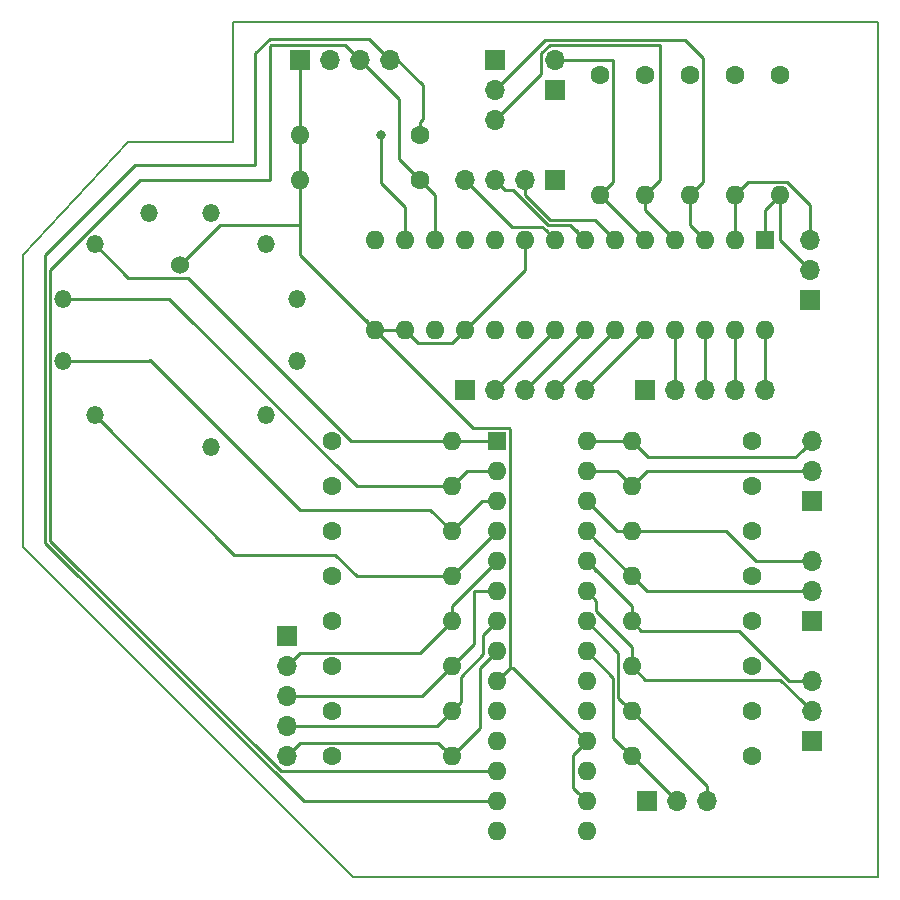
<source format=gbr>
G04 #@! TF.GenerationSoftware,KiCad,Pcbnew,(5.0.1)-4*
G04 #@! TF.CreationDate,2019-02-10T23:31:26-08:00*
G04 #@! TF.ProjectId,ThrottleControl,5468726F74746C65436F6E74726F6C2E,rev?*
G04 #@! TF.SameCoordinates,Original*
G04 #@! TF.FileFunction,Copper,L2,Bot,Signal*
G04 #@! TF.FilePolarity,Positive*
%FSLAX46Y46*%
G04 Gerber Fmt 4.6, Leading zero omitted, Abs format (unit mm)*
G04 Created by KiCad (PCBNEW (5.0.1)-4) date 2/10/2019 11:31:26 PM*
%MOMM*%
%LPD*%
G01*
G04 APERTURE LIST*
G04 #@! TA.AperFunction,NonConductor*
%ADD10C,0.200000*%
G04 #@! TD*
G04 #@! TA.AperFunction,ComponentPad*
%ADD11R,1.700000X1.700000*%
G04 #@! TD*
G04 #@! TA.AperFunction,ComponentPad*
%ADD12O,1.700000X1.700000*%
G04 #@! TD*
G04 #@! TA.AperFunction,ComponentPad*
%ADD13O,1.600000X1.600000*%
G04 #@! TD*
G04 #@! TA.AperFunction,ComponentPad*
%ADD14C,1.600000*%
G04 #@! TD*
G04 #@! TA.AperFunction,ComponentPad*
%ADD15O,1.500000X1.500000*%
G04 #@! TD*
G04 #@! TA.AperFunction,ComponentPad*
%ADD16C,1.524000*%
G04 #@! TD*
G04 #@! TA.AperFunction,ComponentPad*
%ADD17R,1.600000X1.600000*%
G04 #@! TD*
G04 #@! TA.AperFunction,ViaPad*
%ADD18C,0.800000*%
G04 #@! TD*
G04 #@! TA.AperFunction,Conductor*
%ADD19C,0.250000*%
G04 #@! TD*
G04 APERTURE END LIST*
D10*
X178435000Y-117475000D02*
X178435000Y-45085000D01*
X133985000Y-117475000D02*
X178435000Y-117475000D01*
X106045000Y-89535000D02*
X133985000Y-117475000D01*
X106045000Y-64770000D02*
X106045000Y-89535000D01*
X114935000Y-55245000D02*
X106045000Y-64770000D01*
X123825000Y-55245000D02*
X114935000Y-55245000D01*
X123825000Y-45085000D02*
X123825000Y-55245000D01*
X178435000Y-45085000D02*
X123825000Y-45085000D01*
D11*
G04 #@! TO.P,J7,1*
G04 #@! TO.N,Earth*
X151130000Y-58420000D03*
D12*
G04 #@! TO.P,J7,2*
G04 #@! TO.N,/UNa1*
X148590000Y-58420000D03*
G04 #@! TO.P,J7,3*
G04 #@! TO.N,/UNa2*
X146050000Y-58420000D03*
G04 #@! TO.P,J7,4*
G04 #@! TO.N,/UNa3*
X143510000Y-58420000D03*
G04 #@! TD*
G04 #@! TO.P,J2,3*
G04 #@! TO.N,/WRP2*
X172844536Y-90718480D03*
G04 #@! TO.P,J2,2*
G04 #@! TO.N,/WRP1*
X172844536Y-93258480D03*
D11*
G04 #@! TO.P,J2,1*
G04 #@! TO.N,Earth*
X172844536Y-95798480D03*
G04 #@! TD*
G04 #@! TO.P,J3,1*
G04 #@! TO.N,Earth*
X172844536Y-85638480D03*
D12*
G04 #@! TO.P,J3,2*
G04 #@! TO.N,/PWR1*
X172844536Y-83098480D03*
G04 #@! TO.P,J3,3*
G04 #@! TO.N,/PWR2*
X172844536Y-80558480D03*
G04 #@! TD*
D11*
G04 #@! TO.P,J4,1*
G04 #@! TO.N,Earth*
X172844536Y-105958480D03*
D12*
G04 #@! TO.P,J4,2*
G04 #@! TO.N,/CZ1*
X172844536Y-103418480D03*
G04 #@! TO.P,J4,3*
G04 #@! TO.N,/CZ2*
X172844536Y-100878480D03*
G04 #@! TD*
G04 #@! TO.P,J5,3*
G04 #@! TO.N,/VTR*
X163954536Y-111038480D03*
G04 #@! TO.P,J5,2*
G04 #@! TO.N,/VOR*
X161414536Y-111038480D03*
D11*
G04 #@! TO.P,J5,1*
G04 #@! TO.N,Earth*
X158874536Y-111038480D03*
G04 #@! TD*
G04 #@! TO.P,J6,1*
G04 #@! TO.N,Earth*
X128394536Y-97068480D03*
D12*
G04 #@! TO.P,J6,2*
G04 #@! TO.N,/Cam1*
X128394536Y-99608480D03*
G04 #@! TO.P,J6,3*
G04 #@! TO.N,/Cam2*
X128394536Y-102148480D03*
G04 #@! TO.P,J6,4*
G04 #@! TO.N,/Cam3*
X128394536Y-104688480D03*
G04 #@! TO.P,J6,5*
G04 #@! TO.N,/Cam4*
X128394536Y-107228480D03*
G04 #@! TD*
G04 #@! TO.P,J8,5*
G04 #@! TO.N,/UNb4*
X153670000Y-76200000D03*
G04 #@! TO.P,J8,4*
G04 #@! TO.N,/UNb3*
X151130000Y-76200000D03*
G04 #@! TO.P,J8,3*
G04 #@! TO.N,/UNb2*
X148590000Y-76200000D03*
G04 #@! TO.P,J8,2*
G04 #@! TO.N,/UNb1*
X146050000Y-76200000D03*
D11*
G04 #@! TO.P,J8,1*
G04 #@! TO.N,Earth*
X143510000Y-76200000D03*
G04 #@! TD*
G04 #@! TO.P,J9,1*
G04 #@! TO.N,Earth*
X158750000Y-76200000D03*
D12*
G04 #@! TO.P,J9,2*
G04 #@! TO.N,/UNc1*
X161290000Y-76200000D03*
G04 #@! TO.P,J9,3*
G04 #@! TO.N,/UNc2*
X163830000Y-76200000D03*
G04 #@! TO.P,J9,4*
G04 #@! TO.N,/UNc3*
X166370000Y-76200000D03*
G04 #@! TO.P,J9,5*
G04 #@! TO.N,/UNc4*
X168910000Y-76200000D03*
G04 #@! TD*
G04 #@! TO.P,J10,3*
G04 #@! TO.N,/Map*
X172720000Y-63500000D03*
G04 #@! TO.P,J10,2*
G04 #@! TO.N,/MpR*
X172720000Y-66040000D03*
D11*
G04 #@! TO.P,J10,1*
G04 #@! TO.N,Earth*
X172720000Y-68580000D03*
G04 #@! TD*
G04 #@! TO.P,J11,1*
G04 #@! TO.N,Earth*
X146050000Y-48260000D03*
D12*
G04 #@! TO.P,J11,2*
G04 #@! TO.N,/TSW1*
X146050000Y-50800000D03*
G04 #@! TO.P,J11,3*
G04 #@! TO.N,/TSW2*
X146050000Y-53340000D03*
G04 #@! TD*
D11*
G04 #@! TO.P,J12,1*
G04 #@! TO.N,Earth*
X151130000Y-50800000D03*
D12*
G04 #@! TO.P,J12,2*
G04 #@! TO.N,/WPC*
X151130000Y-48260000D03*
G04 #@! TD*
D13*
G04 #@! TO.P,R1,2*
G04 #@! TO.N,+5V*
X129540000Y-58420000D03*
D14*
G04 #@! TO.P,R1,1*
G04 #@! TO.N,/SCK*
X139700000Y-58420000D03*
G04 #@! TD*
G04 #@! TO.P,R2,1*
G04 #@! TO.N,/SDA*
X139700000Y-54610000D03*
D13*
G04 #@! TO.P,R2,2*
G04 #@! TO.N,+5V*
X129540000Y-54610000D03*
G04 #@! TD*
G04 #@! TO.P,R3,2*
G04 #@! TO.N,/TH75*
X142364536Y-80558480D03*
D14*
G04 #@! TO.P,R3,1*
G04 #@! TO.N,Earth*
X132204536Y-80558480D03*
G04 #@! TD*
G04 #@! TO.P,R4,1*
G04 #@! TO.N,Earth*
X132204536Y-84368480D03*
D13*
G04 #@! TO.P,R4,2*
G04 #@! TO.N,/TH50*
X142364536Y-84368480D03*
G04 #@! TD*
G04 #@! TO.P,R5,2*
G04 #@! TO.N,/TH25*
X142364536Y-88178480D03*
D14*
G04 #@! TO.P,R5,1*
G04 #@! TO.N,Earth*
X132204536Y-88178480D03*
G04 #@! TD*
G04 #@! TO.P,R6,1*
G04 #@! TO.N,Earth*
X132204536Y-91988480D03*
D13*
G04 #@! TO.P,R6,2*
G04 #@! TO.N,/TH0*
X142364536Y-91988480D03*
G04 #@! TD*
G04 #@! TO.P,R7,2*
G04 #@! TO.N,/Cam1*
X142364536Y-95798480D03*
D14*
G04 #@! TO.P,R7,1*
G04 #@! TO.N,Earth*
X132204536Y-95798480D03*
G04 #@! TD*
G04 #@! TO.P,R8,1*
G04 #@! TO.N,Earth*
X132204536Y-99608480D03*
D13*
G04 #@! TO.P,R8,2*
G04 #@! TO.N,/Cam2*
X142364536Y-99608480D03*
G04 #@! TD*
G04 #@! TO.P,R9,2*
G04 #@! TO.N,/Cam3*
X142364536Y-103418480D03*
D14*
G04 #@! TO.P,R9,1*
G04 #@! TO.N,Earth*
X132204536Y-103418480D03*
G04 #@! TD*
G04 #@! TO.P,R10,1*
G04 #@! TO.N,Earth*
X132204536Y-107228480D03*
D13*
G04 #@! TO.P,R10,2*
G04 #@! TO.N,/Cam4*
X142364536Y-107228480D03*
G04 #@! TD*
G04 #@! TO.P,R11,2*
G04 #@! TO.N,/VOR*
X157604536Y-107228480D03*
D14*
G04 #@! TO.P,R11,1*
G04 #@! TO.N,Earth*
X167764536Y-107228480D03*
G04 #@! TD*
G04 #@! TO.P,R12,1*
G04 #@! TO.N,Earth*
X167764536Y-103418480D03*
D13*
G04 #@! TO.P,R12,2*
G04 #@! TO.N,/VTR*
X157604536Y-103418480D03*
G04 #@! TD*
G04 #@! TO.P,R13,2*
G04 #@! TO.N,/CZ1*
X157604536Y-99608480D03*
D14*
G04 #@! TO.P,R13,1*
G04 #@! TO.N,Earth*
X167764536Y-99608480D03*
G04 #@! TD*
G04 #@! TO.P,R14,1*
G04 #@! TO.N,Earth*
X167764536Y-95798480D03*
D13*
G04 #@! TO.P,R14,2*
G04 #@! TO.N,/CZ2*
X157604536Y-95798480D03*
G04 #@! TD*
G04 #@! TO.P,R15,2*
G04 #@! TO.N,/WRP1*
X157604536Y-91988480D03*
D14*
G04 #@! TO.P,R15,1*
G04 #@! TO.N,Earth*
X167764536Y-91988480D03*
G04 #@! TD*
G04 #@! TO.P,R16,1*
G04 #@! TO.N,Earth*
X167764536Y-88178480D03*
D13*
G04 #@! TO.P,R16,2*
G04 #@! TO.N,/WRP2*
X157604536Y-88178480D03*
G04 #@! TD*
G04 #@! TO.P,R17,2*
G04 #@! TO.N,/PWR1*
X157604536Y-84368480D03*
D14*
G04 #@! TO.P,R17,1*
G04 #@! TO.N,Earth*
X167764536Y-84368480D03*
G04 #@! TD*
G04 #@! TO.P,R18,1*
G04 #@! TO.N,Earth*
X167764536Y-80558480D03*
D13*
G04 #@! TO.P,R18,2*
G04 #@! TO.N,/PWR2*
X157604536Y-80558480D03*
G04 #@! TD*
D14*
G04 #@! TO.P,R19,1*
G04 #@! TO.N,Earth*
X170180000Y-49530000D03*
D13*
G04 #@! TO.P,R19,2*
G04 #@! TO.N,/MpR*
X170180000Y-59690000D03*
G04 #@! TD*
G04 #@! TO.P,R20,2*
G04 #@! TO.N,/Map*
X166370000Y-59690000D03*
D14*
G04 #@! TO.P,R20,1*
G04 #@! TO.N,Earth*
X166370000Y-49530000D03*
G04 #@! TD*
G04 #@! TO.P,R21,1*
G04 #@! TO.N,Earth*
X162560000Y-49530000D03*
D13*
G04 #@! TO.P,R21,2*
G04 #@! TO.N,/TSW1*
X162560000Y-59690000D03*
G04 #@! TD*
D14*
G04 #@! TO.P,R22,1*
G04 #@! TO.N,Earth*
X158750000Y-49530000D03*
D13*
G04 #@! TO.P,R22,2*
G04 #@! TO.N,/TSW2*
X158750000Y-59690000D03*
G04 #@! TD*
G04 #@! TO.P,R23,2*
G04 #@! TO.N,/WPC*
X154940000Y-59690000D03*
D14*
G04 #@! TO.P,R23,1*
G04 #@! TO.N,Earth*
X154940000Y-49530000D03*
G04 #@! TD*
D15*
G04 #@! TO.P,SW1,6*
G04 #@! TO.N,Net-(SW1-Pad6)*
X122032895Y-61219261D03*
G04 #@! TO.P,SW1,7*
G04 #@! TO.N,Net-(SW1-Pad7)*
X126627844Y-63872156D03*
G04 #@! TO.P,SW1,8*
G04 #@! TO.N,Net-(SW1-Pad8)*
X129280739Y-68467105D03*
G04 #@! TO.P,SW1,9*
G04 #@! TO.N,Net-(SW1-Pad9)*
X129280739Y-73772895D03*
G04 #@! TO.P,SW1,10*
G04 #@! TO.N,Net-(SW1-Pad10)*
X126627844Y-78367844D03*
G04 #@! TO.P,SW1,11*
G04 #@! TO.N,Net-(SW1-Pad11)*
X122032895Y-81020739D03*
G04 #@! TO.P,SW1,1*
G04 #@! TO.N,/TH0*
X112132156Y-78367844D03*
G04 #@! TO.P,SW1,2*
G04 #@! TO.N,/TH25*
X109479261Y-73772895D03*
G04 #@! TO.P,SW1,3*
G04 #@! TO.N,/TH50*
X109479261Y-68467105D03*
G04 #@! TO.P,SW1,4*
G04 #@! TO.N,/TH75*
X112132156Y-63872156D03*
G04 #@! TO.P,SW1,5*
G04 #@! TO.N,Net-(SW1-Pad5)*
X116727105Y-61219261D03*
D16*
G04 #@! TO.P,SW1,13*
G04 #@! TO.N,+5V*
X119380000Y-65620000D03*
G04 #@! TD*
D17*
G04 #@! TO.P,U1,1*
G04 #@! TO.N,/TH75*
X146174536Y-80558480D03*
D13*
G04 #@! TO.P,U1,15*
G04 #@! TO.N,Earth*
X153794536Y-113578480D03*
G04 #@! TO.P,U1,2*
G04 #@! TO.N,/TH50*
X146174536Y-83098480D03*
G04 #@! TO.P,U1,16*
G04 #@! TO.N,+5V*
X153794536Y-111038480D03*
G04 #@! TO.P,U1,3*
G04 #@! TO.N,/TH25*
X146174536Y-85638480D03*
G04 #@! TO.P,U1,17*
G04 #@! TO.N,Earth*
X153794536Y-108498480D03*
G04 #@! TO.P,U1,4*
G04 #@! TO.N,/TH0*
X146174536Y-88178480D03*
G04 #@! TO.P,U1,18*
G04 #@! TO.N,+5V*
X153794536Y-105958480D03*
G04 #@! TO.P,U1,5*
G04 #@! TO.N,/Cam1*
X146174536Y-90718480D03*
G04 #@! TO.P,U1,19*
G04 #@! TO.N,Net-(U1-Pad19)*
X153794536Y-103418480D03*
G04 #@! TO.P,U1,6*
G04 #@! TO.N,/Cam2*
X146174536Y-93258480D03*
G04 #@! TO.P,U1,20*
G04 #@! TO.N,Net-(U1-Pad20)*
X153794536Y-100878480D03*
G04 #@! TO.P,U1,7*
G04 #@! TO.N,/Cam3*
X146174536Y-95798480D03*
G04 #@! TO.P,U1,21*
G04 #@! TO.N,/VOR*
X153794536Y-98338480D03*
G04 #@! TO.P,U1,8*
G04 #@! TO.N,/Cam4*
X146174536Y-98338480D03*
G04 #@! TO.P,U1,22*
G04 #@! TO.N,/VTR*
X153794536Y-95798480D03*
G04 #@! TO.P,U1,9*
G04 #@! TO.N,+5V*
X146174536Y-100878480D03*
G04 #@! TO.P,U1,23*
G04 #@! TO.N,/CZ1*
X153794536Y-93258480D03*
G04 #@! TO.P,U1,10*
G04 #@! TO.N,Earth*
X146174536Y-103418480D03*
G04 #@! TO.P,U1,24*
G04 #@! TO.N,/CZ2*
X153794536Y-90718480D03*
G04 #@! TO.P,U1,11*
G04 #@! TO.N,Net-(U1-Pad11)*
X146174536Y-105958480D03*
G04 #@! TO.P,U1,25*
G04 #@! TO.N,/WRP1*
X153794536Y-88178480D03*
G04 #@! TO.P,U1,12*
G04 #@! TO.N,/SCK*
X146174536Y-108498480D03*
G04 #@! TO.P,U1,26*
G04 #@! TO.N,/WRP2*
X153794536Y-85638480D03*
G04 #@! TO.P,U1,13*
G04 #@! TO.N,/SDA*
X146174536Y-111038480D03*
G04 #@! TO.P,U1,27*
G04 #@! TO.N,/PWR1*
X153794536Y-83098480D03*
G04 #@! TO.P,U1,14*
G04 #@! TO.N,Net-(U1-Pad14)*
X146174536Y-113578480D03*
G04 #@! TO.P,U1,28*
G04 #@! TO.N,/PWR2*
X153794536Y-80558480D03*
G04 #@! TD*
G04 #@! TO.P,U2,28*
G04 #@! TO.N,/UNc4*
X168910000Y-71120000D03*
G04 #@! TO.P,U2,14*
G04 #@! TO.N,Net-(U2-Pad14)*
X135890000Y-63500000D03*
G04 #@! TO.P,U2,27*
G04 #@! TO.N,/UNc3*
X166370000Y-71120000D03*
G04 #@! TO.P,U2,13*
G04 #@! TO.N,/SDA*
X138430000Y-63500000D03*
G04 #@! TO.P,U2,26*
G04 #@! TO.N,/UNc2*
X163830000Y-71120000D03*
G04 #@! TO.P,U2,12*
G04 #@! TO.N,/SCK*
X140970000Y-63500000D03*
G04 #@! TO.P,U2,25*
G04 #@! TO.N,/UNc1*
X161290000Y-71120000D03*
G04 #@! TO.P,U2,11*
G04 #@! TO.N,Net-(U2-Pad11)*
X143510000Y-63500000D03*
G04 #@! TO.P,U2,24*
G04 #@! TO.N,/UNb4*
X158750000Y-71120000D03*
G04 #@! TO.P,U2,10*
G04 #@! TO.N,Earth*
X146050000Y-63500000D03*
G04 #@! TO.P,U2,23*
G04 #@! TO.N,/UNb3*
X156210000Y-71120000D03*
G04 #@! TO.P,U2,9*
G04 #@! TO.N,+5V*
X148590000Y-63500000D03*
G04 #@! TO.P,U2,22*
G04 #@! TO.N,/UNb2*
X153670000Y-71120000D03*
G04 #@! TO.P,U2,8*
G04 #@! TO.N,/UNa3*
X151130000Y-63500000D03*
G04 #@! TO.P,U2,21*
G04 #@! TO.N,/UNb1*
X151130000Y-71120000D03*
G04 #@! TO.P,U2,7*
G04 #@! TO.N,/UNa2*
X153670000Y-63500000D03*
G04 #@! TO.P,U2,20*
G04 #@! TO.N,Net-(U2-Pad20)*
X148590000Y-71120000D03*
G04 #@! TO.P,U2,6*
G04 #@! TO.N,/UNa1*
X156210000Y-63500000D03*
G04 #@! TO.P,U2,19*
G04 #@! TO.N,Net-(U2-Pad19)*
X146050000Y-71120000D03*
G04 #@! TO.P,U2,5*
G04 #@! TO.N,/WPC*
X158750000Y-63500000D03*
G04 #@! TO.P,U2,18*
G04 #@! TO.N,+5V*
X143510000Y-71120000D03*
G04 #@! TO.P,U2,4*
G04 #@! TO.N,/TSW2*
X161290000Y-63500000D03*
G04 #@! TO.P,U2,17*
G04 #@! TO.N,Earth*
X140970000Y-71120000D03*
G04 #@! TO.P,U2,3*
G04 #@! TO.N,/TSW1*
X163830000Y-63500000D03*
G04 #@! TO.P,U2,16*
G04 #@! TO.N,+5V*
X138430000Y-71120000D03*
G04 #@! TO.P,U2,2*
G04 #@! TO.N,/Map*
X166370000Y-63500000D03*
G04 #@! TO.P,U2,15*
G04 #@! TO.N,+5V*
X135890000Y-71120000D03*
D17*
G04 #@! TO.P,U2,1*
G04 #@! TO.N,/MpR*
X168910000Y-63500000D03*
G04 #@! TD*
D11*
G04 #@! TO.P,J1,1*
G04 #@! TO.N,+5V*
X129540000Y-48260000D03*
D12*
G04 #@! TO.P,J1,2*
G04 #@! TO.N,Earth*
X132080000Y-48260000D03*
G04 #@! TO.P,J1,3*
G04 #@! TO.N,/SCK*
X134620000Y-48260000D03*
G04 #@! TO.P,J1,4*
G04 #@! TO.N,/SDA*
X137160000Y-48260000D03*
G04 #@! TD*
D18*
G04 #@! TO.N,/SDA*
X136398000Y-54610000D03*
G04 #@! TD*
D19*
G04 #@! TO.N,+5V*
X135090001Y-70320001D02*
X135890000Y-71120000D01*
X135890000Y-71120000D02*
X138430000Y-71120000D01*
X142710001Y-71919999D02*
X143510000Y-71120000D01*
X142384999Y-72245001D02*
X142710001Y-71919999D01*
X139555001Y-72245001D02*
X142384999Y-72245001D01*
X138430000Y-71120000D02*
X139555001Y-72245001D01*
X146974535Y-100078481D02*
X146174536Y-100878480D01*
X147234537Y-79433479D02*
X147299537Y-79498479D01*
X147299537Y-99753479D02*
X146974535Y-100078481D01*
X144203479Y-79433479D02*
X147234537Y-79433479D01*
X134620000Y-69850000D02*
X144203479Y-79433479D01*
X147299537Y-79498479D02*
X147299537Y-99753479D01*
X134620000Y-69850000D02*
X135090001Y-70320001D01*
X147299537Y-99753479D02*
X147589535Y-99753479D01*
X152994537Y-110238481D02*
X153794536Y-111038480D01*
X152669535Y-109913479D02*
X152994537Y-110238481D01*
X152669535Y-107083481D02*
X152669535Y-109913479D01*
X153794536Y-105958480D02*
X152669535Y-107083481D01*
X152669535Y-104833479D02*
X152400000Y-104563944D01*
X147589535Y-99753479D02*
X152400000Y-104563944D01*
X152400000Y-104563944D02*
X153794536Y-105958480D01*
X148590000Y-66040000D02*
X143510000Y-71120000D01*
X148590000Y-63500000D02*
X148590000Y-66040000D01*
X129540000Y-58420000D02*
X129540000Y-64770000D01*
X129540000Y-64770000D02*
X134620000Y-69850000D01*
X119380000Y-65620000D02*
X122770000Y-62230000D01*
X122770000Y-62230000D02*
X129540000Y-62230000D01*
X129540000Y-58420000D02*
X129540000Y-54610000D01*
X129540000Y-54610000D02*
X129540000Y-48260000D01*
G04 #@! TO.N,/WRP2*
X156334536Y-88178480D02*
X157604536Y-88178480D01*
X153794536Y-85638480D02*
X156334536Y-88178480D01*
X168159538Y-90718480D02*
X172844536Y-90718480D01*
X165619538Y-88178480D02*
X168159538Y-90718480D01*
X157604536Y-88178480D02*
X165619538Y-88178480D01*
G04 #@! TO.N,/WRP1*
X154594535Y-88978479D02*
X157604536Y-91988480D01*
X153794536Y-88178480D02*
X154594535Y-88978479D01*
X158874536Y-93258480D02*
X172844536Y-93258480D01*
X157604536Y-91988480D02*
X158874536Y-93258480D01*
G04 #@! TO.N,/PWR1*
X156334536Y-83098480D02*
X153794536Y-83098480D01*
X157604536Y-84368480D02*
X156334536Y-83098480D01*
X158874536Y-83098480D02*
X172844536Y-83098480D01*
X157604536Y-84368480D02*
X158874536Y-83098480D01*
G04 #@! TO.N,/PWR2*
X153794536Y-80558480D02*
X157604536Y-80558480D01*
X171994537Y-81408479D02*
X172844536Y-80558480D01*
X171479537Y-81923479D02*
X171994537Y-81408479D01*
X158969535Y-81923479D02*
X171479537Y-81923479D01*
X157604536Y-80558480D02*
X158969535Y-81923479D01*
G04 #@! TO.N,/CZ1*
X157604536Y-97943478D02*
X157604536Y-99608480D01*
X154594535Y-94933477D02*
X157604536Y-97943478D01*
X154594535Y-94058479D02*
X154594535Y-94933477D01*
X153794536Y-93258480D02*
X154594535Y-94058479D01*
X171994537Y-102568481D02*
X172844536Y-103418480D01*
X170159537Y-100733481D02*
X171994537Y-102568481D01*
X158729537Y-100733481D02*
X170159537Y-100733481D01*
X157604536Y-99608480D02*
X158729537Y-100733481D01*
G04 #@! TO.N,/CZ2*
X153794536Y-90718480D02*
X154594535Y-91518479D01*
X157604536Y-94528480D02*
X153794536Y-90718480D01*
X157604536Y-95798480D02*
X157604536Y-94528480D01*
X170940946Y-100878480D02*
X172844536Y-100878480D01*
X166660945Y-96598479D02*
X170940946Y-100878480D01*
X158404535Y-96598479D02*
X166660945Y-96598479D01*
X157604536Y-95798480D02*
X158404535Y-96598479D01*
G04 #@! TO.N,/VTR*
X156804537Y-102618481D02*
X157604536Y-103418480D01*
X156479535Y-102293479D02*
X156804537Y-102618481D01*
X156479535Y-98483479D02*
X156479535Y-102293479D01*
X153794536Y-95798480D02*
X156479535Y-98483479D01*
X163954536Y-109768480D02*
X163954536Y-111038480D01*
X157604536Y-103418480D02*
X163954536Y-109768480D01*
G04 #@! TO.N,/VOR*
X156804537Y-106428481D02*
X157604536Y-107228480D01*
X156029525Y-105653469D02*
X156804537Y-106428481D01*
X156029525Y-100573469D02*
X156029525Y-105653469D01*
X153794536Y-98338480D02*
X156029525Y-100573469D01*
X157604536Y-107228480D02*
X161414536Y-111038480D01*
G04 #@! TO.N,/Cam1*
X142364536Y-94528480D02*
X142364536Y-95798480D01*
X146174536Y-90718480D02*
X142364536Y-94528480D01*
X141564537Y-96598479D02*
X142364536Y-95798480D01*
X139679537Y-98483479D02*
X141564537Y-96598479D01*
X129519537Y-98483479D02*
X139679537Y-98483479D01*
X128394536Y-99608480D02*
X129519537Y-98483479D01*
G04 #@! TO.N,/Cam2*
X139824536Y-102148480D02*
X142364536Y-99608480D01*
X128394536Y-102148480D02*
X139824536Y-102148480D01*
X146174536Y-93258480D02*
X144270946Y-93258480D01*
X144270946Y-97702070D02*
X142364536Y-99608480D01*
X144270946Y-93258480D02*
X144270946Y-97702070D01*
G04 #@! TO.N,/Cam3*
X141094536Y-104688480D02*
X142364536Y-103418480D01*
X128394536Y-104688480D02*
X141094536Y-104688480D01*
X145374537Y-96598479D02*
X146174536Y-95798480D01*
X145049535Y-96923481D02*
X145374537Y-96598479D01*
X145049535Y-98588483D02*
X145049535Y-96923481D01*
X143164535Y-100473483D02*
X145049535Y-98588483D01*
X143164535Y-102618481D02*
X143164535Y-100473483D01*
X142364536Y-103418480D02*
X143164535Y-102618481D01*
G04 #@! TO.N,/Cam4*
X141564537Y-106428481D02*
X142364536Y-107228480D01*
X141239535Y-106103479D02*
X141564537Y-106428481D01*
X129519537Y-106103479D02*
X141239535Y-106103479D01*
X128394536Y-107228480D02*
X129519537Y-106103479D01*
X146174536Y-98338480D02*
X144780000Y-99733016D01*
X144780000Y-104813016D02*
X142364536Y-107228480D01*
X144780000Y-99733016D02*
X144780000Y-104813016D01*
G04 #@! TO.N,/UNa1*
X154489990Y-61779990D02*
X150682810Y-61779990D01*
X156210000Y-63500000D02*
X154489990Y-61779990D01*
X148590000Y-59687180D02*
X148590000Y-58420000D01*
X150682810Y-61779990D02*
X148590000Y-59687180D01*
G04 #@! TO.N,/UNa2*
X152870001Y-62700001D02*
X153670000Y-63500000D01*
X153670000Y-63500000D02*
X152400000Y-62230000D01*
X152400000Y-62230000D02*
X150496410Y-62230000D01*
X146899999Y-59269999D02*
X146050000Y-58420000D01*
X147536409Y-59269999D02*
X146899999Y-59269999D01*
X150496410Y-62230000D02*
X147536409Y-59269999D01*
G04 #@! TO.N,/UNa3*
X150330001Y-62700001D02*
X151130000Y-63500000D01*
X150004999Y-62374999D02*
X150330001Y-62700001D01*
X147464999Y-62374999D02*
X150004999Y-62374999D01*
X143510000Y-58420000D02*
X147464999Y-62374999D01*
G04 #@! TO.N,/UNb4*
X153670000Y-76200000D02*
X158750000Y-71120000D01*
G04 #@! TO.N,/UNb3*
X151130000Y-76200000D02*
X156210000Y-71120000D01*
G04 #@! TO.N,/UNb2*
X148590000Y-76200000D02*
X153670000Y-71120000D01*
G04 #@! TO.N,/UNb1*
X146050000Y-76200000D02*
X151130000Y-71120000D01*
G04 #@! TO.N,/UNc1*
X161290000Y-76200000D02*
X161290000Y-71120000D01*
G04 #@! TO.N,/UNc2*
X163830000Y-71120000D02*
X163830000Y-76200000D01*
G04 #@! TO.N,/UNc3*
X166370000Y-76200000D02*
X166370000Y-71120000D01*
G04 #@! TO.N,/UNc4*
X168910000Y-71120000D02*
X168910000Y-76200000D01*
G04 #@! TO.N,/Map*
X166370000Y-59690000D02*
X166370000Y-63500000D01*
X167169999Y-58890001D02*
X166370000Y-59690000D01*
X167495001Y-58564999D02*
X167169999Y-58890001D01*
X170720001Y-58564999D02*
X167495001Y-58564999D01*
X172720000Y-60564998D02*
X170720001Y-58564999D01*
X172720000Y-63500000D02*
X172720000Y-60564998D01*
G04 #@! TO.N,/MpR*
X168910000Y-60960000D02*
X170180000Y-59690000D01*
X168910000Y-63500000D02*
X168910000Y-60960000D01*
X170180000Y-63500000D02*
X172720000Y-66040000D01*
X170180000Y-59690000D02*
X170180000Y-63500000D01*
G04 #@! TO.N,/TSW1*
X162560000Y-62230000D02*
X163830000Y-63500000D01*
X162560000Y-59690000D02*
X162560000Y-62230000D01*
X163685001Y-58564999D02*
X163685001Y-48115001D01*
X162560000Y-59690000D02*
X163685001Y-58564999D01*
X162109990Y-46539990D02*
X163685001Y-48115001D01*
X150310010Y-46539990D02*
X162109990Y-46539990D01*
X146050000Y-50800000D02*
X150310010Y-46539990D01*
G04 #@! TO.N,/TSW2*
X158750000Y-60960000D02*
X161290000Y-63500000D01*
X158750000Y-59690000D02*
X158750000Y-60960000D01*
X160020000Y-58420000D02*
X160020000Y-46990000D01*
X158750000Y-59690000D02*
X160020000Y-58420000D01*
X149954999Y-47695999D02*
X150660998Y-46990000D01*
X146050000Y-53340000D02*
X149954999Y-49435001D01*
X149954999Y-49435001D02*
X149954999Y-47695999D01*
X150660998Y-46990000D02*
X160020000Y-46990000D01*
G04 #@! TO.N,/WPC*
X158750000Y-63500000D02*
X154940000Y-59690000D01*
X154940000Y-59690000D02*
X156065001Y-58564999D01*
X156065001Y-48260000D02*
X151130000Y-48260000D01*
X156065001Y-58564999D02*
X156065001Y-48260000D01*
G04 #@! TO.N,/SDA*
X139700000Y-53478630D02*
X139954000Y-53224630D01*
X139700000Y-54610000D02*
X139700000Y-53478630D01*
X137610009Y-48073599D02*
X137478205Y-47941795D01*
X139954000Y-50417590D02*
X137610009Y-48073599D01*
X139954000Y-53224630D02*
X139954000Y-50417590D01*
X138430000Y-63500000D02*
X138430000Y-60706000D01*
X138430000Y-60706000D02*
X136398000Y-58674000D01*
X136398000Y-58674000D02*
X136398000Y-54610000D01*
X136398000Y-54610000D02*
X136398000Y-54610000D01*
X136310001Y-47410001D02*
X137160000Y-48260000D01*
X129829124Y-111038480D02*
X146174536Y-111038480D01*
X107954251Y-64765749D02*
X107954251Y-89163607D01*
X137160000Y-48260000D02*
X135382000Y-46482000D01*
X126966590Y-46482000D02*
X125730000Y-47718590D01*
X135382000Y-46482000D02*
X126966590Y-46482000D01*
X125730000Y-47718590D02*
X125730000Y-57150000D01*
X107954251Y-89163607D02*
X129829124Y-111038480D01*
X125730000Y-57150000D02*
X115570000Y-57150000D01*
X115570000Y-57150000D02*
X107954251Y-64765749D01*
G04 #@! TO.N,/SCK*
X137922000Y-56642000D02*
X139381795Y-58101795D01*
X134620000Y-48260000D02*
X137922000Y-51562000D01*
X137922000Y-51562000D02*
X137922000Y-56642000D01*
X140970000Y-59690000D02*
X139700000Y-58420000D01*
X140970000Y-63500000D02*
X140970000Y-59690000D01*
X127925534Y-108498480D02*
X146174536Y-108498480D01*
X108404260Y-88977206D02*
X127925534Y-108498480D01*
X108404260Y-66009050D02*
X108404260Y-88977206D01*
X134620000Y-48260000D02*
X133350000Y-46990000D01*
X133350000Y-46990000D02*
X127095000Y-46990000D01*
X127095000Y-46990000D02*
X127000000Y-47085000D01*
X127000000Y-47085000D02*
X127000000Y-58420000D01*
X127000000Y-58420000D02*
X115993310Y-58420000D01*
X115993310Y-58420000D02*
X108404260Y-66009050D01*
G04 #@! TO.N,/TH25*
X144904536Y-85638480D02*
X146174536Y-85638480D01*
X142364536Y-88178480D02*
X144904536Y-85638480D01*
X116840000Y-73660000D02*
X116727105Y-73772895D01*
X129540000Y-86360000D02*
X116840000Y-73660000D01*
X116727105Y-73772895D02*
X109479261Y-73772895D01*
X140546056Y-86360000D02*
X129540000Y-86360000D01*
X142364536Y-88178480D02*
X140546056Y-86360000D01*
G04 #@! TO.N,/TH50*
X143634536Y-83098480D02*
X146174536Y-83098480D01*
X142364536Y-84368480D02*
X143634536Y-83098480D01*
X118448159Y-68467105D02*
X109479261Y-68467105D01*
X142364536Y-84368480D02*
X134349534Y-84368480D01*
X134349534Y-84368480D02*
X118448159Y-68467105D01*
G04 #@! TO.N,/TH75*
X142364536Y-80558480D02*
X146174536Y-80558480D01*
X133869538Y-80558480D02*
X142364536Y-80558480D01*
X120018059Y-66707001D02*
X133869538Y-80558480D01*
X114967001Y-66707001D02*
X120018059Y-66707001D01*
X112132156Y-63872156D02*
X114967001Y-66707001D01*
G04 #@! TO.N,/TH0*
X134349534Y-91988480D02*
X132531054Y-90170000D01*
X142364536Y-91988480D02*
X134349534Y-91988480D01*
X123934312Y-90170000D02*
X112132156Y-78367844D01*
X132531054Y-90170000D02*
X123934312Y-90170000D01*
X143164535Y-91188481D02*
X146174536Y-88178480D01*
X142364536Y-91988480D02*
X143164535Y-91188481D01*
G04 #@! TD*
M02*

</source>
